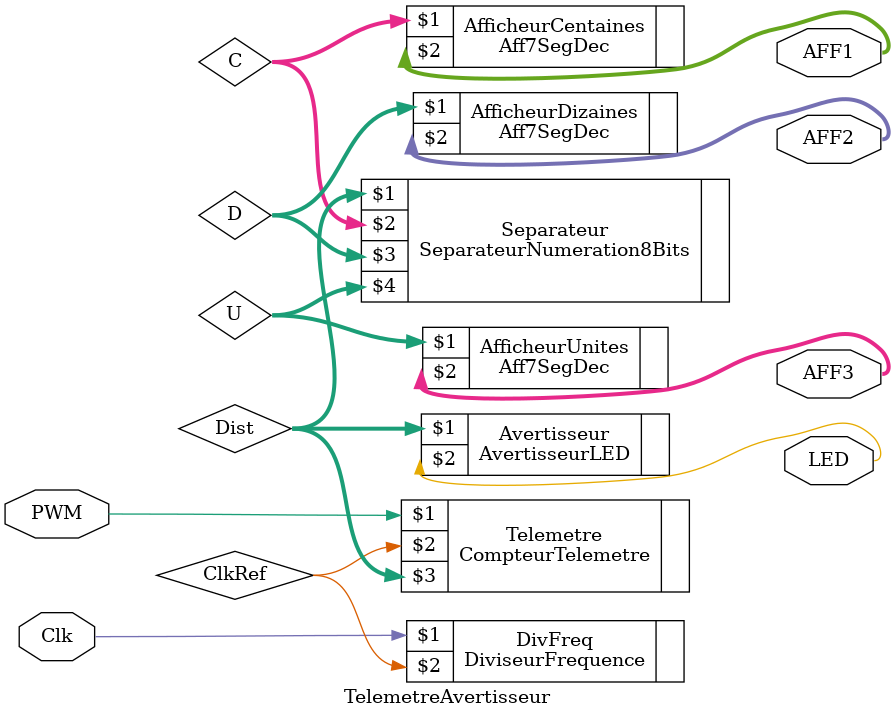
<source format=v>
module TelemetreAvertisseur(PWM,Clk,AFF1,AFF2,AFF3,LED);

input PWM, Clk;

output[6:0] AFF1, AFF2, AFF3;
output LED;

wire ClkRef;
wire[7:0] Dist;
wire[3:0] C, D, U;

DiviseurFrequence #(13, 7350, 3675, 1) DivFreq(Clk,ClkRef);

CompteurTelemetre Telemetre(PWM, ClkRef, Dist);

AvertisseurLED #(8, 15) Avertisseur(Dist, LED);

SeparateurNumeration8Bits Separateur(Dist, C, D, U);

Aff7SegDec #(0) AfficheurCentaines(C,AFF1);
Aff7SegDec #(0) AfficheurDizaines(D, AFF2);
Aff7SegDec #(0) AfficheurUnites(U, AFF3);


endmodule
</source>
